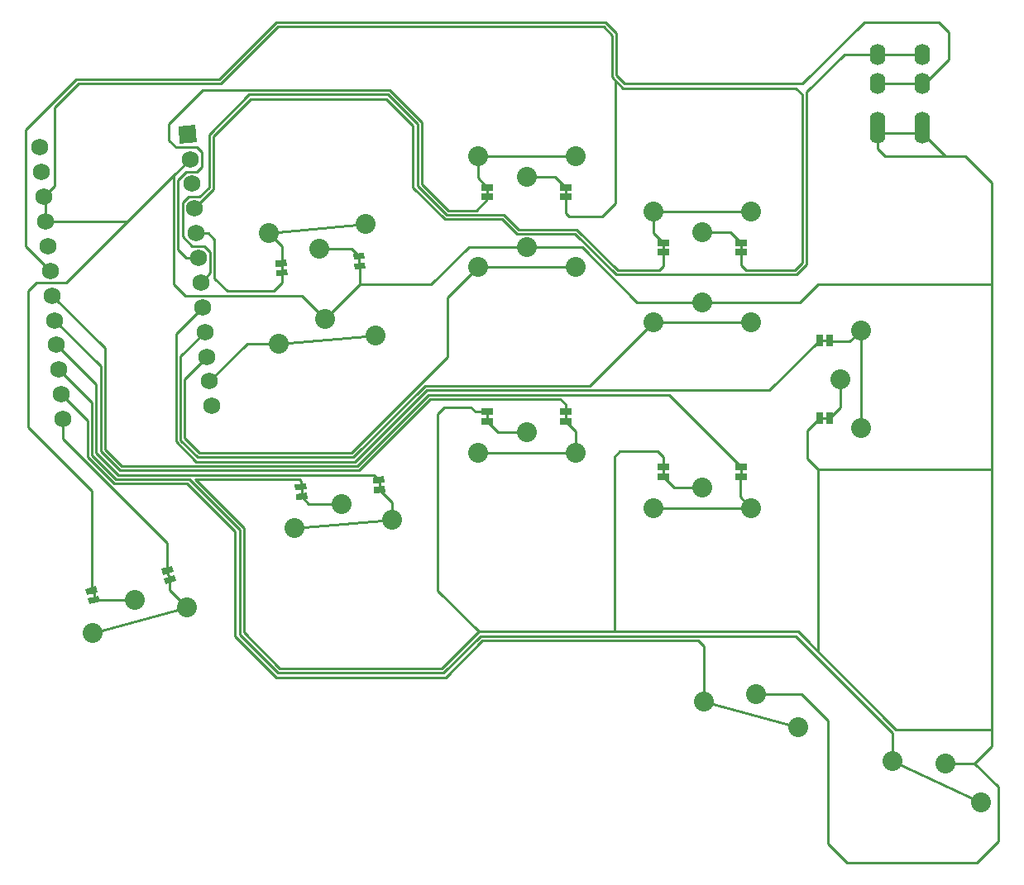
<source format=gbr>
%TF.GenerationSoftware,KiCad,Pcbnew,(5.1.10)-1*%
%TF.CreationDate,2021-07-21T18:09:40+02:00*%
%TF.ProjectId,metasepia_pfefferi_alu_bent_large,6d657461-7365-4706-9961-5f7066656666,VERSION_HERE*%
%TF.SameCoordinates,Original*%
%TF.FileFunction,Copper,L1,Top*%
%TF.FilePolarity,Positive*%
%FSLAX46Y46*%
G04 Gerber Fmt 4.6, Leading zero omitted, Abs format (unit mm)*
G04 Created by KiCad (PCBNEW (5.1.10)-1) date 2021-07-21 18:09:40*
%MOMM*%
%LPD*%
G01*
G04 APERTURE LIST*
%TA.AperFunction,ComponentPad*%
%ADD10C,2.032000*%
%TD*%
%TA.AperFunction,SMDPad,CuDef*%
%ADD11C,0.100000*%
%TD*%
%TA.AperFunction,SMDPad,CuDef*%
%ADD12R,1.143000X0.635000*%
%TD*%
%TA.AperFunction,SMDPad,CuDef*%
%ADD13R,0.635000X1.143000*%
%TD*%
%TA.AperFunction,ComponentPad*%
%ADD14C,0.100000*%
%TD*%
%TA.AperFunction,ComponentPad*%
%ADD15C,1.752600*%
%TD*%
%TA.AperFunction,ComponentPad*%
%ADD16O,1.600000X2.200000*%
%TD*%
%TA.AperFunction,Conductor*%
%ADD17C,0.250000*%
%TD*%
G04 APERTURE END LIST*
D10*
%TO.P,S4,1*%
%TO.N,P21*%
X25779018Y59763781D03*
%TO.P,S4,2*%
%TO.N,GND*%
X30943019Y58107551D03*
%TO.P,S4,1*%
%TO.N,P21*%
X35740965Y60635339D03*
%TO.P,S4,2*%
%TO.N,GND*%
X30943019Y58107551D03*
%TD*%
%TO.P,S12,1*%
%TO.N,P8*%
X79987642Y9140523D03*
%TO.P,S12,2*%
%TO.N,GND*%
X75701532Y12463062D03*
%TO.P,S12,1*%
%TO.N,P8*%
X70328383Y11728713D03*
%TO.P,S12,2*%
%TO.N,GND*%
X75701532Y12463062D03*
%TD*%
%TO.P,S1,1*%
%TO.N,P9*%
X17446217Y21385313D03*
%TO.P,S1,2*%
%TO.N,GND*%
X12073068Y22119662D03*
%TO.P,S1,1*%
%TO.N,P9*%
X7786958Y18797123D03*
%TO.P,S1,2*%
%TO.N,GND*%
X12073068Y22119662D03*
%TD*%
%TA.AperFunction,SMDPad,CuDef*%
D11*
%TO.P,J1,1*%
%TO.N,GND*%
G36*
X8558910Y21987804D02*
G01*
X7454856Y21691973D01*
X7290506Y22305336D01*
X8394560Y22601167D01*
X8558910Y21987804D01*
G37*
%TD.AperFunction*%
%TA.AperFunction,SMDPad,CuDef*%
%TO.P,J1,2*%
G36*
X8299894Y22954464D02*
G01*
X7195840Y22658633D01*
X7031490Y23271996D01*
X8135544Y23567827D01*
X8299894Y22954464D01*
G37*
%TD.AperFunction*%
%TD*%
%TA.AperFunction,SMDPad,CuDef*%
%TO.P,J2,1*%
%TO.N,P9*%
G36*
X16286310Y24058404D02*
G01*
X15182256Y23762573D01*
X15017906Y24375936D01*
X16121960Y24671767D01*
X16286310Y24058404D01*
G37*
%TD.AperFunction*%
%TA.AperFunction,SMDPad,CuDef*%
%TO.P,J2,2*%
G36*
X16027294Y25025064D02*
G01*
X14923240Y24729233D01*
X14758890Y25342596D01*
X15862944Y25638427D01*
X16027294Y25025064D01*
G37*
%TD.AperFunction*%
%TD*%
D10*
%TO.P,S2,1*%
%TO.N,P6*%
X38390482Y30351019D03*
%TO.P,S2,2*%
%TO.N,GND*%
X33226481Y32007249D03*
%TO.P,S2,1*%
%TO.N,P6*%
X28428535Y29479461D03*
%TO.P,S2,2*%
%TO.N,GND*%
X33226481Y32007249D03*
%TD*%
%TA.AperFunction,SMDPad,CuDef*%
D11*
%TO.P,J3,1*%
%TO.N,GND*%
G36*
X29742808Y32487642D02*
G01*
X28604158Y32388023D01*
X28548814Y33020606D01*
X29687464Y33120225D01*
X29742808Y32487642D01*
G37*
%TD.AperFunction*%
%TA.AperFunction,SMDPad,CuDef*%
%TO.P,J3,2*%
G36*
X29655586Y33484594D02*
G01*
X28516936Y33384975D01*
X28461592Y34017558D01*
X29600242Y34117177D01*
X29655586Y33484594D01*
G37*
%TD.AperFunction*%
%TD*%
%TA.AperFunction,SMDPad,CuDef*%
%TO.P,J4,1*%
%TO.N,P6*%
G36*
X37712408Y33184842D02*
G01*
X36573758Y33085223D01*
X36518414Y33717806D01*
X37657064Y33817425D01*
X37712408Y33184842D01*
G37*
%TD.AperFunction*%
%TA.AperFunction,SMDPad,CuDef*%
%TO.P,J4,2*%
G36*
X37625186Y34181794D02*
G01*
X36486536Y34082175D01*
X36431192Y34714758D01*
X37569842Y34814377D01*
X37625186Y34181794D01*
G37*
%TD.AperFunction*%
%TD*%
D10*
%TO.P,S3,1*%
%TO.N,P16*%
X36734482Y49278719D03*
%TO.P,S3,2*%
%TO.N,GND*%
X31570481Y50934949D03*
%TO.P,S3,1*%
%TO.N,P16*%
X26772535Y48407161D03*
%TO.P,S3,2*%
%TO.N,GND*%
X31570481Y50934949D03*
%TD*%
%TA.AperFunction,SMDPad,CuDef*%
D11*
%TO.P,J5,1*%
%TO.N,GND*%
G36*
X34426592Y57627258D02*
G01*
X35565242Y57726877D01*
X35620586Y57094294D01*
X34481936Y56994675D01*
X34426592Y57627258D01*
G37*
%TD.AperFunction*%
%TA.AperFunction,SMDPad,CuDef*%
%TO.P,J5,2*%
G36*
X34513814Y56630306D02*
G01*
X35652464Y56729925D01*
X35707808Y56097342D01*
X34569158Y55997723D01*
X34513814Y56630306D01*
G37*
%TD.AperFunction*%
%TD*%
%TA.AperFunction,SMDPad,CuDef*%
%TO.P,J6,1*%
%TO.N,P21*%
G36*
X26457092Y56929958D02*
G01*
X27595742Y57029577D01*
X27651086Y56396994D01*
X26512436Y56297375D01*
X26457092Y56929958D01*
G37*
%TD.AperFunction*%
%TA.AperFunction,SMDPad,CuDef*%
%TO.P,J6,2*%
G36*
X26544314Y55933006D02*
G01*
X27682964Y56032625D01*
X27738308Y55400042D01*
X26599658Y55300423D01*
X26544314Y55933006D01*
G37*
%TD.AperFunction*%
%TD*%
D10*
%TO.P,S5,1*%
%TO.N,P5*%
X57174500Y37230800D03*
%TO.P,S5,2*%
%TO.N,GND*%
X52174500Y39330800D03*
%TO.P,S5,1*%
%TO.N,P5*%
X47174500Y37230800D03*
%TO.P,S5,2*%
%TO.N,GND*%
X52174500Y39330800D03*
%TD*%
D12*
%TO.P,J7,1*%
%TO.N,GND*%
X48174500Y40430420D03*
%TO.P,J7,2*%
X48174500Y41431180D03*
%TD*%
%TO.P,J8,1*%
%TO.N,P5*%
X56174500Y40430420D03*
%TO.P,J8,2*%
X56174500Y41431180D03*
%TD*%
D10*
%TO.P,S6,1*%
%TO.N,P14*%
X57174500Y56230800D03*
%TO.P,S6,2*%
%TO.N,GND*%
X52174500Y58330800D03*
%TO.P,S6,1*%
%TO.N,P14*%
X47174500Y56230800D03*
%TO.P,S6,2*%
%TO.N,GND*%
X52174500Y58330800D03*
%TD*%
%TO.P,S7,1*%
%TO.N,P20*%
X47174500Y67630800D03*
%TO.P,S7,2*%
%TO.N,GND*%
X52174500Y65530800D03*
%TO.P,S7,1*%
%TO.N,P20*%
X57174500Y67630800D03*
%TO.P,S7,2*%
%TO.N,GND*%
X52174500Y65530800D03*
%TD*%
D12*
%TO.P,J9,1*%
%TO.N,GND*%
X56174500Y64431180D03*
%TO.P,J9,2*%
X56174500Y63430420D03*
%TD*%
%TO.P,J10,1*%
%TO.N,P20*%
X48174500Y64431180D03*
%TO.P,J10,2*%
X48174500Y63430420D03*
%TD*%
D10*
%TO.P,S8,1*%
%TO.N,P4*%
X75174500Y31564100D03*
%TO.P,S8,2*%
%TO.N,GND*%
X70174500Y33664100D03*
%TO.P,S8,1*%
%TO.N,P4*%
X65174500Y31564100D03*
%TO.P,S8,2*%
%TO.N,GND*%
X70174500Y33664100D03*
%TD*%
D12*
%TO.P,J11,1*%
%TO.N,GND*%
X66174500Y34763720D03*
%TO.P,J11,2*%
X66174500Y35764480D03*
%TD*%
%TO.P,J12,1*%
%TO.N,P4*%
X74174500Y34763720D03*
%TO.P,J12,2*%
X74174500Y35764480D03*
%TD*%
D10*
%TO.P,S9,1*%
%TO.N,P15*%
X75174500Y50564100D03*
%TO.P,S9,2*%
%TO.N,GND*%
X70174500Y52664100D03*
%TO.P,S9,1*%
%TO.N,P15*%
X65174500Y50564100D03*
%TO.P,S9,2*%
%TO.N,GND*%
X70174500Y52664100D03*
%TD*%
%TO.P,S10,1*%
%TO.N,P19*%
X65174500Y61964100D03*
%TO.P,S10,2*%
%TO.N,GND*%
X70174500Y59864100D03*
%TO.P,S10,1*%
%TO.N,P19*%
X75174500Y61964100D03*
%TO.P,S10,2*%
%TO.N,GND*%
X70174500Y59864100D03*
%TD*%
D12*
%TO.P,J13,1*%
%TO.N,GND*%
X74174500Y58764480D03*
%TO.P,J13,2*%
X74174500Y57763720D03*
%TD*%
%TO.P,J14,1*%
%TO.N,P19*%
X66174500Y58764480D03*
%TO.P,J14,2*%
X66174500Y57763720D03*
%TD*%
D10*
%TO.P,S11,1*%
%TO.N,P18*%
X86374500Y49764100D03*
%TO.P,S11,2*%
%TO.N,GND*%
X84274500Y44764100D03*
%TO.P,S11,1*%
%TO.N,P18*%
X86374500Y39764100D03*
%TO.P,S11,2*%
%TO.N,GND*%
X84274500Y44764100D03*
%TD*%
D13*
%TO.P,J15,1*%
%TO.N,GND*%
X83174880Y40764100D03*
%TO.P,J15,2*%
X82174120Y40764100D03*
%TD*%
%TO.P,J16,1*%
%TO.N,P18*%
X83174880Y48764100D03*
%TO.P,J16,2*%
X82174120Y48764100D03*
%TD*%
D10*
%TO.P,S13,1*%
%TO.N,P7*%
X98718188Y1395678D03*
%TO.P,S13,2*%
%TO.N,GND*%
X95074148Y5412016D03*
%TO.P,S13,1*%
%TO.N,P7*%
X89655110Y5621861D03*
%TO.P,S13,2*%
%TO.N,GND*%
X95074148Y5412016D03*
%TD*%
%TA.AperFunction,ComponentPad*%
D14*
%TO.P,C1,1*%
%TO.N,RAW*%
G36*
X16539098Y70646158D02*
G01*
X18285029Y70798907D01*
X18437778Y69052976D01*
X16691847Y68900227D01*
X16539098Y70646158D01*
G37*
%TD.AperFunction*%
D15*
%TO.P,C1,2*%
%TO.N,GND*%
X17709813Y67319232D03*
%TO.P,C1,3*%
%TO.N,RST*%
X17931189Y64788898D03*
%TO.P,C1,4*%
%TO.N,VCC*%
X18152565Y62258563D03*
%TO.P,C1,5*%
%TO.N,P21*%
X18373940Y59728229D03*
%TO.P,C1,6*%
%TO.N,P20*%
X18595316Y57197894D03*
%TO.P,C1,7*%
%TO.N,P19*%
X18816691Y54667559D03*
%TO.P,C1,8*%
%TO.N,P18*%
X19038067Y52137225D03*
%TO.P,C1,9*%
%TO.N,P15*%
X19259443Y49606890D03*
%TO.P,C1,10*%
%TO.N,P14*%
X19480818Y47076556D03*
%TO.P,C1,11*%
%TO.N,P16*%
X19702194Y44546221D03*
%TO.P,C1,12*%
%TO.N,P10*%
X19923569Y42015887D03*
%TO.P,C1,13*%
%TO.N,P1*%
X2306431Y68521313D03*
%TO.P,C1,14*%
%TO.N,P0*%
X2527806Y65990979D03*
%TO.P,C1,15*%
%TO.N,GND*%
X2749182Y63460644D03*
%TO.P,C1,16*%
X2970557Y60930310D03*
%TO.P,C1,17*%
%TO.N,P2*%
X3191933Y58399975D03*
%TO.P,C1,18*%
%TO.N,P3*%
X3413309Y55869641D03*
%TO.P,C1,19*%
%TO.N,P4*%
X3634684Y53339306D03*
%TO.P,C1,20*%
%TO.N,P5*%
X3856060Y50808971D03*
%TO.P,C1,21*%
%TO.N,P6*%
X4077435Y48278637D03*
%TO.P,C1,22*%
%TO.N,P7*%
X4298811Y45748302D03*
%TO.P,C1,23*%
%TO.N,P8*%
X4520187Y43217968D03*
%TO.P,C1,24*%
%TO.N,P9*%
X4741562Y40687633D03*
%TD*%
D16*
%TO.P,REF\u002A\u002A,1*%
%TO.N,GND*%
X92674510Y69964116D03*
%TO.P,REF\u002A\u002A,2*%
X88074510Y71064116D03*
%TO.P,REF\u002A\u002A,3*%
%TO.N,P3*%
X88074510Y75064116D03*
%TO.P,REF\u002A\u002A,4*%
%TO.N,VCC*%
X88074510Y78064116D03*
%TO.P,REF\u002A\u002A,1*%
%TO.N,GND*%
X88074510Y69964116D03*
%TO.P,REF\u002A\u002A,2*%
X92674510Y71064116D03*
%TO.P,REF\u002A\u002A,3*%
%TO.N,P3*%
X92674510Y75064116D03*
%TO.P,REF\u002A\u002A,4*%
%TO.N,VCC*%
X92674510Y78064116D03*
%TD*%
D17*
%TO.N,P9*%
X7786900Y18797200D02*
X17446200Y21385400D01*
X17446217Y21385313D02*
X15652108Y23179422D01*
X15652108Y23179422D02*
X15652108Y24217170D01*
X15652108Y24217170D02*
X15393092Y25183830D01*
X4741562Y38667158D02*
X4741562Y40687633D01*
X15393092Y28015628D02*
X4741562Y38667158D01*
X15393092Y25183830D02*
X15393092Y28015628D01*
%TO.N,GND*%
X35110800Y54475300D02*
X31570500Y50935000D01*
X2970500Y63239300D02*
X2749200Y63460700D01*
X35110800Y56363800D02*
X35110800Y54475300D01*
X35110800Y54475300D02*
X42425300Y54475300D01*
X42425300Y54475300D02*
X46280800Y58330800D01*
X46280800Y58330800D02*
X52174500Y58330800D01*
X80900000Y39490000D02*
X82174100Y40764100D01*
X66174500Y34763700D02*
X66174500Y35764500D01*
X70174500Y33664100D02*
X67274100Y33664100D01*
X67274100Y33664100D02*
X66174500Y34763700D01*
X83174900Y40764100D02*
X82174100Y40764100D01*
X84274500Y44764100D02*
X84274500Y41863700D01*
X84274500Y41863700D02*
X83174900Y40764100D01*
X74174500Y58764500D02*
X74174500Y57763700D01*
X70174500Y59864100D02*
X73074900Y59864100D01*
X73074900Y59864100D02*
X74174500Y58764500D01*
X56174500Y64431200D02*
X56174500Y63430400D01*
X52174500Y65530800D02*
X55074900Y65530800D01*
X55074900Y65530800D02*
X56174500Y64431200D01*
X35023600Y57360800D02*
X35023600Y56451000D01*
X35023600Y56451000D02*
X35110800Y56363800D01*
X30943000Y58107600D02*
X34276800Y58107600D01*
X34276800Y58107600D02*
X35023600Y57360800D01*
X52174500Y58330800D02*
X57844200Y58330800D01*
X57844200Y58330800D02*
X63510900Y52664100D01*
X7951616Y22119662D02*
X7924708Y22146570D01*
X12073068Y22119662D02*
X7951616Y22119662D01*
X7924708Y22854214D02*
X7665692Y23113230D01*
X7924708Y22146570D02*
X7924708Y22854214D01*
X84975000Y-4775000D02*
X98300000Y-4775000D01*
X98300000Y-4775000D02*
X100475000Y-2600000D01*
X100475000Y-2600000D02*
X100475000Y2975000D01*
X98037984Y5412016D02*
X95074148Y5412016D01*
X100475000Y2975000D02*
X98037984Y5412016D01*
X29892686Y32007249D02*
X29145811Y32754124D01*
X33226481Y32007249D02*
X29892686Y32007249D01*
X29145811Y33663854D02*
X29058589Y33751076D01*
X29145811Y32754124D02*
X29145811Y33663854D01*
X75701532Y12463062D02*
X80311938Y12463062D01*
X80311938Y12463062D02*
X83025000Y9750000D01*
X83025000Y9750000D02*
X83025000Y-2825000D01*
X2749182Y63460644D02*
X2749182Y63799182D01*
X49274100Y39330800D02*
X48174500Y40430400D01*
X52174500Y39330800D02*
X49274100Y39330800D01*
X2970557Y60930310D02*
X11320891Y60930310D01*
X48174500Y40430420D02*
X48174500Y41431180D01*
X83025000Y-2825000D02*
X84975000Y-4775000D01*
X99790000Y54510000D02*
X99790000Y35510000D01*
X7665692Y33309308D02*
X7665692Y23113230D01*
X1125000Y39850000D02*
X7665692Y33309308D01*
X1981660Y54668340D02*
X1125000Y53811680D01*
X1125000Y53811680D02*
X1125000Y39850000D01*
X80900000Y39490000D02*
X80900000Y36620000D01*
X82010000Y35510000D02*
X99790000Y35510000D01*
X80900000Y36620000D02*
X82010000Y35510000D01*
X99790000Y7164032D02*
X98037984Y5412016D01*
X99790000Y64875719D02*
X97055719Y67610000D01*
X99790000Y54510000D02*
X99790000Y64875719D01*
X63510900Y52664100D02*
X80154100Y52664100D01*
X82000000Y54510000D02*
X99790000Y54510000D01*
X80154100Y52664100D02*
X82000000Y54510000D01*
X99790000Y8890000D02*
X99790000Y7164032D01*
X99790000Y35510000D02*
X99790000Y8890000D01*
X65600000Y37350000D02*
X61675000Y37350000D01*
X66174500Y36775500D02*
X65600000Y37350000D01*
X66174500Y35764480D02*
X66174500Y36775500D01*
X43078600Y41198600D02*
X43078600Y23082220D01*
X43760000Y41880000D02*
X43078600Y41198600D01*
X46480000Y41880000D02*
X43760000Y41880000D01*
X46928820Y41431180D02*
X46480000Y41880000D01*
X48174500Y41431180D02*
X46928820Y41431180D01*
X43078600Y23082220D02*
X47269246Y18891574D01*
X28910000Y34509933D02*
X29058589Y34361344D01*
X18262887Y34509933D02*
X28910000Y34509933D01*
X29058589Y34361344D02*
X29058589Y33751076D01*
X23245310Y29527510D02*
X18262887Y34509933D01*
X23245310Y18817090D02*
X23245310Y29527510D01*
X26937400Y15125000D02*
X23245310Y18817090D01*
X43502672Y15125000D02*
X26937400Y15125000D01*
X47269246Y18891574D02*
X43502672Y15125000D01*
X47269246Y18891574D02*
X61163200Y18891574D01*
X61163200Y36838200D02*
X61675000Y37350000D01*
X61163200Y18891574D02*
X61163200Y36838200D01*
X89946410Y8890000D02*
X99790000Y8890000D01*
X61163200Y18891574D02*
X79944836Y18891574D01*
X82010000Y35510000D02*
X82010000Y16826410D01*
X56174500Y61816500D02*
X56174500Y63430420D01*
X56565500Y61425500D02*
X56174500Y61816500D01*
X74174500Y56427100D02*
X74174500Y57763720D01*
X74670800Y55930800D02*
X74174500Y56427100D01*
X2749182Y63460644D02*
X3850000Y64561462D01*
X3850000Y64561462D02*
X3850000Y72638590D01*
X6291410Y75080000D02*
X20920000Y75080000D01*
X20920000Y75080000D02*
X26715018Y80875018D01*
X3850000Y72638590D02*
X6291410Y75080000D01*
X79749500Y74590500D02*
X80399295Y73940705D01*
X26715018Y80875018D02*
X60045018Y80875018D01*
X60045018Y80875018D02*
X60900500Y80019536D01*
X79619390Y55930800D02*
X74670800Y55930800D01*
X60900500Y80019536D02*
X60900500Y75743090D01*
X60900500Y75743090D02*
X62053089Y74590501D01*
X62053089Y74590501D02*
X79749500Y74590500D01*
X80399295Y56710705D02*
X79619390Y55930800D01*
X80399295Y73940705D02*
X80399295Y56710705D01*
X56565500Y61425500D02*
X59885500Y61425500D01*
X59885500Y61425500D02*
X61270000Y62810000D01*
X61270000Y62810000D02*
X61270000Y75373590D01*
X1981660Y54668340D02*
X5058921Y54668340D01*
X2970557Y63239269D02*
X2749182Y63460644D01*
X2970557Y60930310D02*
X2970557Y63239269D01*
X88074510Y69964116D02*
X92674510Y69964116D01*
X95028626Y67610000D02*
X92674510Y69964116D01*
X79944836Y18891574D02*
X89946410Y8890000D01*
X88074510Y68405490D02*
X88870000Y67610000D01*
X88074510Y69964116D02*
X88074510Y68405490D01*
X88870000Y67610000D02*
X97055719Y67610000D01*
X29166904Y53338526D02*
X31570481Y50934949D01*
X17211474Y53338526D02*
X29166904Y53338526D01*
X16051245Y54498755D02*
X17211474Y53338526D01*
X16051245Y65660664D02*
X16051245Y54498755D01*
X5058921Y54668340D02*
X11320891Y60930310D01*
X11320891Y60930310D02*
X16051245Y65660664D01*
X16051245Y65660664D02*
X17709813Y67319232D01*
%TO.N,P6*%
X28428500Y29479500D02*
X38390500Y30351000D01*
X38390482Y32176253D02*
X37115411Y33451324D01*
X38390482Y30351019D02*
X38390482Y32176253D01*
X37115411Y34361054D02*
X37028189Y34448276D01*
X37115411Y33451324D02*
X37115411Y34361054D01*
X36516522Y34959943D02*
X37028189Y34448276D01*
X10358007Y34959943D02*
X36516522Y34959943D01*
X8124987Y37192963D02*
X10358007Y34959943D01*
X8124987Y44231085D02*
X8124987Y37192963D01*
X4077435Y48278637D02*
X8124987Y44231085D01*
%TO.N,P16*%
X26772500Y48407200D02*
X23563100Y48407200D01*
X23563100Y48407200D02*
X19702200Y44546300D01*
X36734500Y49278700D02*
X26772600Y48407200D01*
X26772600Y48407200D02*
X26772500Y48407200D01*
%TO.N,P21*%
X27141300Y55666600D02*
X27141300Y55666500D01*
X19613215Y59728229D02*
X18373940Y59728229D01*
X20246626Y59094818D02*
X19613215Y59728229D01*
X27054100Y55753800D02*
X27141300Y55666600D01*
X35740900Y60635400D02*
X25779000Y59763800D01*
X20246626Y55073374D02*
X21531464Y53788536D01*
X20246626Y59094818D02*
X20246626Y55073374D01*
X21531464Y53788536D02*
X26308536Y53788536D01*
X26308536Y53788536D02*
X27141311Y54621311D01*
X27141311Y58401488D02*
X25779018Y59763781D01*
X27141311Y54621311D02*
X27141311Y58401488D01*
%TO.N,P5*%
X47174500Y37230800D02*
X57174500Y37230800D01*
X57174500Y39430420D02*
X56174500Y40430420D01*
X57174500Y37230800D02*
X57174500Y39430420D01*
X56174500Y40430420D02*
X56174500Y41431180D01*
X56174500Y42185500D02*
X56174500Y41431180D01*
X55635010Y42724990D02*
X56174500Y42185500D01*
X42325020Y42724990D02*
X55635010Y42724990D01*
X35009988Y35409958D02*
X42325020Y42724990D01*
X10544403Y35409957D02*
X35009988Y35409958D01*
X8574997Y37379363D02*
X10544403Y35409957D01*
X8574997Y46090034D02*
X8574997Y37379363D01*
X3856060Y50808971D02*
X8574997Y46090034D01*
%TO.N,P14*%
X47174500Y56230800D02*
X57174500Y56230800D01*
X17200000Y44795738D02*
X19480818Y47076556D01*
X17200000Y38720000D02*
X17200000Y44795738D01*
X18710000Y37210000D02*
X17200000Y38720000D01*
X34264390Y37210000D02*
X18710000Y37210000D01*
X44075000Y47020610D02*
X34264390Y37210000D01*
X44075000Y53131300D02*
X44075000Y47020610D01*
X47174500Y56230800D02*
X44075000Y53131300D01*
%TO.N,P20*%
X18740700Y57197900D02*
X18595300Y57197900D01*
X57174500Y67630800D02*
X47174500Y67630800D01*
X17356041Y57197894D02*
X18595316Y57197894D01*
X16501254Y65136889D02*
X16501254Y58052681D01*
X17354564Y65990199D02*
X16501254Y65136889D01*
X18420199Y65990199D02*
X17354564Y65990199D01*
X18911114Y66481114D02*
X18420199Y65990199D01*
X18911114Y68048886D02*
X18911114Y66481114D01*
X18439467Y68520533D02*
X18911114Y68048886D01*
X16501254Y58052681D02*
X17356041Y57197894D01*
X48174500Y63199500D02*
X47025000Y62050000D01*
X47174500Y67630800D02*
X47174500Y65431200D01*
X38172799Y74400019D02*
X19030019Y74400019D01*
X47174500Y65431200D02*
X48174500Y64431200D01*
X19030019Y74400019D02*
X15555700Y70925700D01*
X48174500Y64431200D02*
X48174500Y63199500D01*
X15555700Y69255366D02*
X16290533Y68520533D01*
X15555700Y70925700D02*
X15555700Y69255366D01*
X16290533Y68520533D02*
X18439467Y68520533D01*
X47025000Y62050000D02*
X44170000Y62050000D01*
X44170000Y62050000D02*
X41460000Y64760000D01*
X41460000Y71112818D02*
X38172799Y74400019D01*
X41460000Y64760000D02*
X41460000Y71112818D01*
%TO.N,P4*%
X65174500Y31564100D02*
X75174500Y31564100D01*
X74013600Y34602800D02*
X74013600Y32725000D01*
X42138620Y43175000D02*
X66764000Y43175000D01*
X74174500Y34763700D02*
X74013600Y34602800D01*
X34823587Y35859967D02*
X42138620Y43175000D01*
X10730803Y35859967D02*
X34823587Y35859967D01*
X74174500Y35764500D02*
X74174500Y34763700D01*
X9025079Y37565691D02*
X10730803Y35859967D01*
X74013600Y32725000D02*
X75174500Y31564100D01*
X9025079Y47948911D02*
X9025079Y37565691D01*
X66764000Y43175000D02*
X74174500Y35764500D01*
X3634684Y53339306D02*
X9025079Y47948911D01*
%TO.N,P15*%
X65174500Y50564100D02*
X75174500Y50564100D01*
X16749990Y47097437D02*
X16749990Y38533600D01*
X19259443Y49606890D02*
X16749990Y47097437D01*
X16749990Y38533600D02*
X18523600Y36759990D01*
X18523600Y36759990D02*
X34450790Y36759990D01*
X34450790Y36759990D02*
X41765820Y44075020D01*
X58685420Y44075020D02*
X65174500Y50564100D01*
X41765820Y44075020D02*
X58685420Y44075020D01*
%TO.N,P19*%
X75174500Y61964100D02*
X65174500Y61964100D01*
X19171941Y58399195D02*
X19796617Y57774519D01*
X16951264Y62835188D02*
X16951264Y59372979D01*
X17575940Y63459864D02*
X16951264Y62835188D01*
X18717456Y63459864D02*
X17575940Y63459864D01*
X19674990Y64417398D02*
X18717456Y63459864D01*
X19796617Y55647485D02*
X18816691Y54667559D01*
X23775847Y73950009D02*
X19674990Y69849152D01*
X19674990Y69849152D02*
X19674990Y64417398D01*
X16951264Y59372979D02*
X17925048Y58399195D01*
X19796617Y57774519D02*
X19796617Y55647485D01*
X17925048Y58399195D02*
X19171941Y58399195D01*
X41009991Y64573599D02*
X43983600Y61599990D01*
X41009990Y70920010D02*
X41009991Y64573599D01*
X37979991Y73950009D02*
X41009990Y70920010D01*
X23775847Y73950009D02*
X37979991Y73950009D01*
X43983600Y61599990D02*
X49880010Y61599990D01*
X49880010Y61599990D02*
X51358189Y60121811D01*
X66174500Y56374500D02*
X65725000Y55925000D01*
X66174500Y58764500D02*
X66174500Y56374500D01*
X65174500Y59764500D02*
X66174500Y58764500D01*
X65174500Y61964100D02*
X65174500Y59764500D01*
X61522820Y55925000D02*
X65725000Y55925000D01*
X57326010Y60121810D02*
X61522820Y55925000D01*
X51358189Y60121811D02*
X57326010Y60121810D01*
%TO.N,P18*%
X86374500Y49764100D02*
X85235400Y48625000D01*
X85235400Y48625000D02*
X83314000Y48625000D01*
X83314000Y48625000D02*
X83174900Y48764100D01*
X86374500Y39764100D02*
X86374500Y49764100D01*
X82174100Y48764100D02*
X81939100Y48764100D01*
X83174900Y48764100D02*
X82174100Y48764100D01*
X19038067Y52137225D02*
X16280000Y49379158D01*
X16280000Y38367180D02*
X18337199Y36309981D01*
X16280000Y49379158D02*
X16280000Y38367180D01*
X77035030Y43625010D02*
X82174120Y48764100D01*
X41952220Y43625010D02*
X77035030Y43625010D01*
X34637191Y36309981D02*
X41952220Y43625010D01*
X18337199Y36309981D02*
X34637191Y36309981D01*
%TO.N,P8*%
X79987642Y9140523D02*
X70328383Y11728713D01*
X26564598Y14224982D02*
X43875472Y14224982D01*
X22345290Y18444290D02*
X26564598Y14224982D01*
X22345290Y29154710D02*
X22345290Y18444290D01*
X17440077Y34059923D02*
X22345290Y29154710D01*
X9985207Y34059923D02*
X17440077Y34059923D01*
X7224971Y36820159D02*
X9985207Y34059923D01*
X7224971Y40513184D02*
X7224971Y36820159D01*
X4520187Y43217968D02*
X7224971Y40513184D01*
X69731612Y17991554D02*
X70328383Y17394783D01*
X47642046Y17991554D02*
X69731612Y17991554D01*
X70328383Y17394783D02*
X70328383Y11728713D01*
X43875472Y14224982D02*
X47642046Y17991554D01*
%TO.N,P7*%
X89655100Y5621900D02*
X98718200Y1395700D01*
X89655110Y8544890D02*
X89655110Y5621861D01*
X47455646Y18441564D02*
X79758436Y18441564D01*
X43689073Y14674991D02*
X47455646Y18441564D01*
X22795300Y29341110D02*
X22795301Y18630689D01*
X79758436Y18441564D02*
X89655110Y8544890D01*
X10171607Y34509933D02*
X17626477Y34509933D01*
X22795301Y18630689D02*
X26750999Y14674991D01*
X7674980Y37006560D02*
X10171607Y34509933D01*
X26750999Y14674991D02*
X43689073Y14674991D01*
X7674978Y42372122D02*
X7674980Y37006560D01*
X17626477Y34509933D02*
X22795300Y29341110D01*
X4298800Y45748300D02*
X7674978Y42372122D01*
%TO.N,VCC*%
X92674510Y78064116D02*
X88074510Y78064116D01*
X84734116Y78064116D02*
X88074510Y78064116D01*
X80849305Y56524305D02*
X80849305Y74179305D01*
X18152565Y62258563D02*
X20125000Y64230998D01*
X20125000Y64230998D02*
X20125000Y69662752D01*
X20125000Y69662752D02*
X23962248Y73500000D01*
X79799990Y55474990D02*
X80849305Y56524305D01*
X80849305Y74179305D02*
X84734116Y78064116D01*
X40559982Y64387198D02*
X43797200Y61149980D01*
X40559982Y70730018D02*
X40559982Y64387198D01*
X37790000Y73500000D02*
X40559982Y70730018D01*
X23962248Y73500000D02*
X37790000Y73500000D01*
X43797200Y61149980D02*
X49693610Y61149980D01*
X49693610Y61149980D02*
X51171789Y59671801D01*
X61336420Y55474990D02*
X57139609Y59671801D01*
X79799990Y55474990D02*
X61336420Y55474990D01*
X57139609Y59671801D02*
X51171789Y59671801D01*
%TO.N,P3*%
X92674510Y75064116D02*
X88074510Y75064116D01*
X92674510Y75064116D02*
X92674510Y75349510D01*
X61350509Y75929491D02*
X62239490Y75040510D01*
X900000Y58382950D02*
X900000Y70325000D01*
X900000Y70325000D02*
X6105010Y75530010D01*
X60231418Y81325028D02*
X61350509Y80205937D01*
X6105010Y75530010D02*
X20733600Y75530010D01*
X20733600Y75530010D02*
X26528618Y81325028D01*
X61350509Y80205937D02*
X61350509Y75929491D01*
X26528618Y81325028D02*
X60231418Y81325028D01*
X62239490Y75040510D02*
X80437690Y75040510D01*
X80437690Y75040510D02*
X86722207Y81325027D01*
X3413309Y55869641D02*
X900000Y58382950D01*
X92674510Y75064116D02*
X92905884Y75064116D01*
X92905884Y75064116D02*
X95386382Y77544614D01*
X94404973Y81325027D02*
X95386382Y80343618D01*
X86722207Y81325027D02*
X94404973Y81325027D01*
X95386382Y77544614D02*
X95386382Y80343618D01*
%TD*%
M02*

</source>
